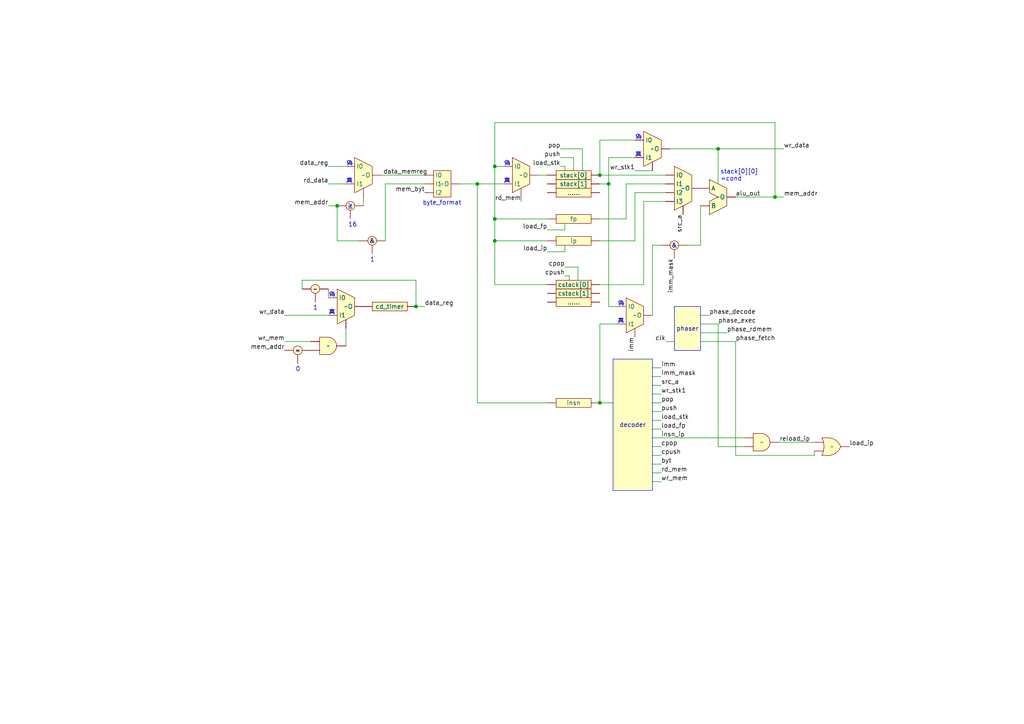
<source format=kicad_sch>
(kicad_sch (version 20230121) (generator eeschema)

  (uuid af1fd5ae-daa0-4a17-8ab4-fe581cd231ee)

  (paper "A4")

  (title_block
    (title "ComProc CPU データパス")
    (date "2023-04-02")
    (rev "main")
    (comment 1 "Gitのブランチ main に対応するデータパス図")
  )

  (lib_symbols
    (symbol "Logic_Component:ALU" (in_bom yes) (on_board yes)
      (property "Reference" "U" (at 0 6.35 0)
        (effects (font (size 1.27 1.27)))
      )
      (property "Value" "" (at 0 0 0)
        (effects (font (size 1.27 1.27)))
      )
      (property "Footprint" "" (at 0 0 0)
        (effects (font (size 1.27 1.27)) hide)
      )
      (property "Datasheet" "" (at 0 0 0)
        (effects (font (size 1.27 1.27)) hide)
      )
      (symbol "ALU_0_1"
        (polyline
          (pts
            (xy 0 0)
            (xy -2.54 1.27)
            (xy -2.54 5.08)
            (xy 2.54 2.54)
            (xy 2.54 -2.54)
            (xy -2.54 -5.08)
            (xy -2.54 -1.27)
            (xy 0 0)
          )
          (stroke (width 0) (type default))
          (fill (type background))
        )
      )
      (symbol "ALU_1_1"
        (pin input line (at -5.08 2.54 0) (length 2.54)
          (name "A" (effects (font (size 1.27 1.27))))
          (number "" (effects (font (size 1.27 1.27))))
        )
        (pin input line (at -5.08 -2.54 0) (length 2.54)
          (name "B" (effects (font (size 1.27 1.27))))
          (number "" (effects (font (size 1.27 1.27))))
        )
        (pin output line (at 5.08 0 180) (length 2.54)
          (name "O" (effects (font (size 1.27 1.27))))
          (number "" (effects (font (size 1.27 1.27))))
        )
      )
    )
    (symbol "Logic_Component:ALU_Circle_Left_Bottom" (in_bom yes) (on_board yes)
      (property "Reference" "U" (at 0 2.54 0)
        (effects (font (size 1.27 1.27)))
      )
      (property "Value" "" (at 0 0 0)
        (effects (font (size 1.27 1.27)))
      )
      (property "Footprint" "" (at 0 0 0)
        (effects (font (size 1.27 1.27)) hide)
      )
      (property "Datasheet" "" (at 0 0 0)
        (effects (font (size 1.27 1.27)) hide)
      )
      (symbol "ALU_Circle_Left_Bottom_0_1"
        (circle (center 0 0) (radius 1.27)
          (stroke (width 0) (type default))
          (fill (type background))
        )
      )
      (symbol "ALU_Circle_Left_Bottom_1_1"
        (pin input line (at -3.81 0 0) (length 2.54)
          (name "" (effects (font (size 1.27 1.27))))
          (number "" (effects (font (size 1.27 1.27))))
        )
        (pin input line (at 0 -3.81 90) (length 2.54)
          (name "" (effects (font (size 1.27 1.27))))
          (number "" (effects (font (size 1.27 1.27))))
        )
        (pin output line (at 3.81 0 180) (length 2.54)
          (name "" (effects (font (size 1.27 1.27))))
          (number "" (effects (font (size 1.27 1.27))))
        )
      )
    )
    (symbol "Logic_Component:Gate_AND_2Input" (in_bom yes) (on_board yes)
      (property "Reference" "U" (at 0 0 0)
        (effects (font (size 1.27 1.27)))
      )
      (property "Value" "" (at 0 0 0)
        (effects (font (size 1.27 1.27)))
      )
      (property "Footprint" "" (at 0 0 0)
        (effects (font (size 1.27 1.27)) hide)
      )
      (property "Datasheet" "" (at 0 0 0)
        (effects (font (size 1.27 1.27)) hide)
      )
      (symbol "Gate_AND_2Input_1_1"
        (arc (start 0 -2.54) (mid 2.3462 0) (end 0 2.54)
          (stroke (width 0) (type default))
          (fill (type background))
        )
        (polyline
          (pts
            (xy 0 2.54)
            (xy -2.54 2.54)
            (xy -2.54 -2.54)
            (xy 0 -2.54)
          )
          (stroke (width 0) (type default))
          (fill (type background))
        )
        (pin input line (at -5.08 -1.27 0) (length 2.54)
          (name "" (effects (font (size 1.27 1.27))))
          (number "" (effects (font (size 1.27 1.27))))
        )
        (pin input line (at -5.08 1.27 0) (length 2.54)
          (name "" (effects (font (size 1.27 1.27))))
          (number "" (effects (font (size 1.27 1.27))))
        )
        (pin output line (at 5.08 0 180) (length 2.7178)
          (name "" (effects (font (size 1.27 1.27))))
          (number "" (effects (font (size 1.27 1.27))))
        )
      )
    )
    (symbol "Logic_Component:Gate_OR_2Input" (in_bom yes) (on_board yes)
      (property "Reference" "U" (at 0 0 0)
        (effects (font (size 1.27 1.27)))
      )
      (property "Value" "" (at 0 0 0)
        (effects (font (size 1.27 1.27)))
      )
      (property "Footprint" "" (at 0 0 0)
        (effects (font (size 1.27 1.27)) hide)
      )
      (property "Datasheet" "" (at 0 0 0)
        (effects (font (size 1.27 1.27)) hide)
      )
      (symbol "Gate_OR_2Input_0_1"
        (polyline
          (pts
            (xy -1.143 2.54)
            (xy -2.921 2.54)
            (xy -2.667 2.032)
            (xy -2.413 1.27)
            (xy -2.286 0)
            (xy -2.413 -1.27)
            (xy -2.667 -2.032)
            (xy -2.921 -2.54)
            (xy -1.143 -2.54)
          )
          (stroke (width -0.0001) (type default))
          (fill (type background))
        )
      )
      (symbol "Gate_OR_2Input_1_1"
        (arc (start -2.9329 -2.54) (mid -2.3039 0) (end -2.9329 2.54)
          (stroke (width 0) (type default))
          (fill (type none))
        )
        (arc (start -1.2715 -2.5401) (mid 1.0445 -1.8866) (end 2.5385 -0.0001)
          (stroke (width 0) (type default))
          (fill (type background))
        )
        (polyline
          (pts
            (xy -1.27 -2.54)
            (xy -2.921 -2.54)
          )
          (stroke (width 0) (type default))
          (fill (type background))
        )
        (polyline
          (pts
            (xy -1.27 2.54)
            (xy -2.921 2.54)
          )
          (stroke (width 0) (type default))
          (fill (type none))
        )
        (arc (start 2.54 0) (mid 1.046 1.8865) (end -1.27 2.54)
          (stroke (width 0) (type default))
          (fill (type background))
        )
        (pin input line (at -5.08 -1.27 0) (length 2.54)
          (name "" (effects (font (size 1.27 1.27))))
          (number "" (effects (font (size 1.27 1.27))))
        )
        (pin input line (at -5.08 1.27 0) (length 2.54)
          (name "" (effects (font (size 1.27 1.27))))
          (number "" (effects (font (size 1.27 1.27))))
        )
        (pin output line (at 5.08 0 180) (length 2.54)
          (name "" (effects (font (size 1.27 1.27))))
          (number "" (effects (font (size 1.27 1.27))))
        )
      )
    )
    (symbol "Logic_Component:Logic_Function_3In_1Out" (in_bom yes) (on_board yes)
      (property "Reference" "U" (at 0 5.08 0)
        (effects (font (size 1.27 1.27)))
      )
      (property "Value" "" (at 0 0 0)
        (effects (font (size 1.27 1.27)))
      )
      (property "Footprint" "" (at 0 0 0)
        (effects (font (size 1.27 1.27)) hide)
      )
      (property "Datasheet" "" (at 0 0 0)
        (effects (font (size 1.27 1.27)) hide)
      )
      (symbol "Logic_Function_3In_1Out_0_1"
        (rectangle (start -2.54 3.81) (end 2.54 -3.81)
          (stroke (width 0) (type default))
          (fill (type background))
        )
      )
      (symbol "Logic_Function_3In_1Out_1_1"
        (pin input line (at -5.08 2.54 0) (length 2.54)
          (name "I0" (effects (font (size 1.27 1.27))))
          (number "" (effects (font (size 1.27 1.27))))
        )
        (pin input line (at -5.08 0 0) (length 2.54)
          (name "I1" (effects (font (size 1.27 1.27))))
          (number "" (effects (font (size 1.27 1.27))))
        )
        (pin input line (at -5.08 -2.54 0) (length 2.54)
          (name "I2" (effects (font (size 1.27 1.27))))
          (number "" (effects (font (size 1.27 1.27))))
        )
        (pin output line (at 5.08 0 180) (length 2.54)
          (name "O" (effects (font (size 1.27 1.27))))
          (number "" (effects (font (size 1.27 1.27))))
        )
      )
    )
    (symbol "Logic_Component:Multiplexer_2" (in_bom yes) (on_board yes)
      (property "Reference" "U" (at 0 5.715 0)
        (effects (font (size 1.27 1.27)))
      )
      (property "Value" "" (at 0 0 0)
        (effects (font (size 1.27 1.27)))
      )
      (property "Footprint" "" (at 0 0 0)
        (effects (font (size 1.27 1.27)) hide)
      )
      (property "Datasheet" "" (at 0 0 0)
        (effects (font (size 1.27 1.27)) hide)
      )
      (property "ki_description" "Logical Multiplexer" (at 0 0 0)
        (effects (font (size 1.27 1.27)) hide)
      )
      (symbol "Multiplexer_2_0_1"
        (polyline
          (pts
            (xy -2.54 5.08)
            (xy 2.54 2.54)
            (xy 2.54 -2.54)
            (xy -2.54 -5.08)
            (xy -2.54 5.08)
          )
          (stroke (width 0) (type default))
          (fill (type background))
        )
      )
      (symbol "Multiplexer_2_1_1"
        (pin input line (at 0 -6.35 90) (length 2.54)
          (name "" (effects (font (size 1.27 1.27))))
          (number "" (effects (font (size 1.27 1.27))))
        )
        (pin input line (at -5.08 2.54 0) (length 2.54)
          (name "I0" (effects (font (size 1.27 1.27))))
          (number "" (effects (font (size 1.27 1.27))))
        )
        (pin input line (at -5.08 -2.54 0) (length 2.54)
          (name "I1" (effects (font (size 1.27 1.27))))
          (number "" (effects (font (size 1.27 1.27))))
        )
        (pin output line (at 5.08 0 180) (length 2.54)
          (name "O" (effects (font (size 1.27 1.27))))
          (number "" (effects (font (size 1.27 1.27))))
        )
      )
    )
    (symbol "Logic_Component:Multiplexer_4_1-Input" (in_bom yes) (on_board yes)
      (property "Reference" "U" (at 0 6.985 0)
        (effects (font (size 1.27 1.27)))
      )
      (property "Value" "" (at 0 0 0)
        (effects (font (size 1.27 1.27)))
      )
      (property "Footprint" "" (at 0 0 0)
        (effects (font (size 1.27 1.27)) hide)
      )
      (property "Datasheet" "" (at 0 0 0)
        (effects (font (size 1.27 1.27)) hide)
      )
      (property "ki_description" "Logical Multiplexer" (at 0 0 0)
        (effects (font (size 1.27 1.27)) hide)
      )
      (symbol "Multiplexer_4_1-Input_0_1"
        (polyline
          (pts
            (xy -2.54 6.35)
            (xy 2.54 3.81)
            (xy 2.54 -3.81)
            (xy -2.54 -6.35)
            (xy -2.54 6.35)
          )
          (stroke (width 0) (type default))
          (fill (type background))
        )
      )
      (symbol "Multiplexer_4_1-Input_1_1"
        (pin input line (at 0 -7.62 90) (length 2.54)
          (name "" (effects (font (size 1.27 1.27))))
          (number "" (effects (font (size 1.27 1.27))))
        )
        (pin input line (at -5.08 3.81 0) (length 2.54)
          (name "I0" (effects (font (size 1.27 1.27))))
          (number "" (effects (font (size 1.27 1.27))))
        )
        (pin input line (at -5.08 1.27 0) (length 2.54)
          (name "I1" (effects (font (size 1.27 1.27))))
          (number "" (effects (font (size 1.27 1.27))))
        )
        (pin input line (at -5.08 -1.27 0) (length 2.54)
          (name "I2" (effects (font (size 1.27 1.27))))
          (number "" (effects (font (size 1.27 1.27))))
        )
        (pin input line (at -5.08 -3.81 0) (length 2.54)
          (name "I3" (effects (font (size 1.27 1.27))))
          (number "" (effects (font (size 1.27 1.27))))
        )
        (pin output line (at 5.08 0 180) (length 2.54)
          (name "O" (effects (font (size 1.27 1.27))))
          (number "" (effects (font (size 1.27 1.27))))
        )
      )
    )
    (symbol "Logic_Component:Register_Simple_Normal" (in_bom yes) (on_board yes)
      (property "Reference" "U" (at 0 2.54 0)
        (effects (font (size 1.27 1.27)))
      )
      (property "Value" "Register" (at 0 0 0)
        (effects (font (size 1.27 1.27)))
      )
      (property "Footprint" "" (at 0 0 0)
        (effects (font (size 1.27 1.27)) hide)
      )
      (property "Datasheet" "" (at 0 0 0)
        (effects (font (size 1.27 1.27)) hide)
      )
      (symbol "Register_Simple_Normal_0_1"
        (rectangle (start -5.08 1.27) (end 5.08 -1.27)
          (stroke (width 0) (type default))
          (fill (type background))
        )
      )
      (symbol "Register_Simple_Normal_1_1"
        (pin input line (at -7.62 0 0) (length 2.54)
          (name "" (effects (font (size 1.27 1.27))))
          (number "" (effects (font (size 1.27 1.27))))
        )
        (pin output line (at 7.62 0 180) (length 2.54)
          (name "" (effects (font (size 1.27 1.27))))
          (number "" (effects (font (size 1.27 1.27))))
        )
      )
    )
  )

  (junction (at 120.65 88.9) (diameter 0) (color 0 0 0 0)
    (uuid 06e94560-05c6-4e81-ae3c-a745d0f44bd3)
  )
  (junction (at 176.53 53.34) (diameter 0) (color 0 0 0 0)
    (uuid 0b8cb2f8-f70d-437e-8920-b9b54d02898c)
  )
  (junction (at 173.99 50.8) (diameter 0) (color 0 0 0 0)
    (uuid 1e8261ab-6452-4d04-93cd-70aebe80d129)
  )
  (junction (at 143.51 63.5) (diameter 0) (color 0 0 0 0)
    (uuid 2e11dabc-4ade-4968-9663-be34adab3908)
  )
  (junction (at 97.79 59.69) (diameter 0) (color 0 0 0 0)
    (uuid 2fb43f26-3967-4ac5-9cce-6c76ffd12269)
  )
  (junction (at 143.51 69.85) (diameter 0) (color 0 0 0 0)
    (uuid 420960c9-6e7b-4165-8fd8-423e996ac4b2)
  )
  (junction (at 173.99 116.84) (diameter 0) (color 0 0 0 0)
    (uuid 4319b7ca-e655-4b3e-ae39-53d3eb249a58)
  )
  (junction (at 208.28 43.18) (diameter 0) (color 0 0 0 0)
    (uuid 535e8b88-f027-4f0c-94db-780eef48300e)
  )
  (junction (at 143.51 48.26) (diameter 0) (color 0 0 0 0)
    (uuid 74f36f63-e1b7-4bca-bcb6-79e6aba058ce)
  )
  (junction (at 138.43 53.34) (diameter 0) (color 0 0 0 0)
    (uuid 7d9cecd8-e2af-498f-a6ab-9e5f31132824)
  )
  (junction (at 224.79 57.15) (diameter 0) (color 0 0 0 0)
    (uuid ef7461e7-5a34-4e16-b96b-773a1986f317)
  )

  (wire (pts (xy 189.23 137.16) (xy 191.77 137.16))
    (stroke (width 0) (type default))
    (uuid 005dc8a8-7bc1-4c33-bd57-2d08518a353e)
  )
  (wire (pts (xy 167.64 77.47) (xy 167.64 81.28))
    (stroke (width 0) (type default))
    (uuid 02ec9023-95d3-4171-8fdf-b30ce2ba4928)
  )
  (wire (pts (xy 95.25 83.82) (xy 95.25 86.36))
    (stroke (width 0) (type default))
    (uuid 040fe349-5e1f-46dc-9c5d-ca6e236ea00f)
  )
  (wire (pts (xy 173.99 93.98) (xy 173.99 116.84))
    (stroke (width 0) (type default))
    (uuid 04f75f1e-44dd-452c-b937-cd45d5a90ba2)
  )
  (wire (pts (xy 176.53 53.34) (xy 176.53 88.9))
    (stroke (width 0) (type default))
    (uuid 08f1dc79-f9aa-4c6a-8e94-b64523c99de6)
  )
  (wire (pts (xy 184.15 55.88) (xy 193.04 55.88))
    (stroke (width 0) (type default))
    (uuid 0d386e63-bf79-43e2-9c8a-1ceda218a1f6)
  )
  (wire (pts (xy 82.55 91.44) (xy 95.25 91.44))
    (stroke (width 0) (type default))
    (uuid 0f2e3304-727f-40bd-89d1-a699a0fdac79)
  )
  (wire (pts (xy 173.99 82.55) (xy 186.69 82.55))
    (stroke (width 0) (type default))
    (uuid 12370499-6371-4b98-bb8e-4f540cddf220)
  )
  (wire (pts (xy 143.51 35.56) (xy 143.51 48.26))
    (stroke (width 0) (type default))
    (uuid 14e2e478-fb6c-43d5-a193-7035e9c63759)
  )
  (wire (pts (xy 189.23 71.12) (xy 191.77 71.12))
    (stroke (width 0) (type default))
    (uuid 15e6ab0b-e604-4ef7-9543-bc3e2a737f18)
  )
  (wire (pts (xy 163.83 64.77) (xy 163.83 66.675))
    (stroke (width 0) (type default))
    (uuid 19dd3276-4e4c-462e-8693-7b25901538a7)
  )
  (wire (pts (xy 111.76 69.85) (xy 111.76 53.34))
    (stroke (width 0) (type default))
    (uuid 1b0635e8-0e54-455f-86fe-15ffbf090a8c)
  )
  (wire (pts (xy 236.22 128.27) (xy 226.06 128.27))
    (stroke (width 0) (type default))
    (uuid 22b9dfb6-3de4-4f22-9b7d-3444c8e1f18f)
  )
  (wire (pts (xy 95.25 53.34) (xy 100.33 53.34))
    (stroke (width 0) (type default))
    (uuid 24bf1e28-eb6a-4ab4-a758-87ddb2ff4ecf)
  )
  (wire (pts (xy 168.91 43.18) (xy 168.91 49.53))
    (stroke (width 0) (type default))
    (uuid 255afb60-2540-4ca7-bb9f-b84b7b00d473)
  )
  (wire (pts (xy 173.99 50.8) (xy 193.04 50.8))
    (stroke (width 0) (type default))
    (uuid 25aac23a-6d60-4e4f-9d1e-8adb84d0b359)
  )
  (wire (pts (xy 203.2 91.44) (xy 205.74 91.44))
    (stroke (width 0) (type default))
    (uuid 26ea6887-f8f8-434b-a427-81decefffadb)
  )
  (wire (pts (xy 203.2 93.98) (xy 208.28 93.98))
    (stroke (width 0) (type default))
    (uuid 312b4d1b-e34e-4789-a80e-f4e0b016362e)
  )
  (wire (pts (xy 189.23 114.3) (xy 191.77 114.3))
    (stroke (width 0) (type default))
    (uuid 31e80404-123c-4e5e-b978-61cce1766dae)
  )
  (wire (pts (xy 176.53 45.72) (xy 176.53 53.34))
    (stroke (width 0) (type default))
    (uuid 3362111e-2008-4cd3-9ba6-e9a0d377f42a)
  )
  (wire (pts (xy 173.99 116.84) (xy 177.8 116.84))
    (stroke (width 0) (type default))
    (uuid 33d5a7f6-75f0-4524-a97f-e9957b1f46fd)
  )
  (wire (pts (xy 163.83 48.26) (xy 163.83 49.53))
    (stroke (width 0) (type default))
    (uuid 39143b58-9ea4-48b2-9026-519f1ebb536e)
  )
  (wire (pts (xy 208.28 129.54) (xy 215.9 129.54))
    (stroke (width 0) (type default))
    (uuid 3db4027e-0f74-4ea4-b84a-089b50e77da3)
  )
  (wire (pts (xy 82.55 99.06) (xy 90.17 99.06))
    (stroke (width 0) (type default))
    (uuid 40f685aa-0268-4a70-afa3-1d1b51e87d2f)
  )
  (wire (pts (xy 87.63 81.28) (xy 120.65 81.28))
    (stroke (width 0) (type default))
    (uuid 43c02158-07df-4125-bc82-a52417e3fe55)
  )
  (wire (pts (xy 189.23 139.7) (xy 191.77 139.7))
    (stroke (width 0) (type default))
    (uuid 4930e3fe-de89-4a88-be8d-22182f146ff9)
  )
  (wire (pts (xy 193.04 99.06) (xy 195.58 99.06))
    (stroke (width 0) (type default))
    (uuid 4c2e82bc-8129-49eb-bf8f-7cc0ee7aa7b6)
  )
  (wire (pts (xy 97.79 69.85) (xy 104.14 69.85))
    (stroke (width 0) (type default))
    (uuid 50203dbe-bd38-4035-bbae-624bbe21c049)
  )
  (wire (pts (xy 143.51 48.26) (xy 143.51 63.5))
    (stroke (width 0) (type default))
    (uuid 536cbe10-b817-4515-bca9-b6a0c4968a89)
  )
  (wire (pts (xy 158.75 73.025) (xy 163.83 73.025))
    (stroke (width 0) (type default))
    (uuid 53e88149-1309-4783-846e-35bfafd0ea39)
  )
  (wire (pts (xy 184.15 49.53) (xy 189.23 49.53))
    (stroke (width 0) (type default))
    (uuid 5b6a536d-6bfb-4955-a574-5beaaeb88c3f)
  )
  (wire (pts (xy 189.23 119.38) (xy 191.77 119.38))
    (stroke (width 0) (type default))
    (uuid 5dc10aa8-5dd6-4d7f-96e2-663d0b80f0b5)
  )
  (wire (pts (xy 208.28 93.98) (xy 208.28 129.54))
    (stroke (width 0) (type default))
    (uuid 5ed57843-8afe-4f67-bd2d-4341b56a273c)
  )
  (wire (pts (xy 162.56 43.18) (xy 168.91 43.18))
    (stroke (width 0) (type default))
    (uuid 5fe8f715-ba78-40ef-83f4-31ed386a088e)
  )
  (wire (pts (xy 213.36 99.06) (xy 213.36 132.08))
    (stroke (width 0) (type default))
    (uuid 61118936-0bcd-4141-8f80-c423e53b03f1)
  )
  (wire (pts (xy 158.75 82.55) (xy 143.51 82.55))
    (stroke (width 0) (type default))
    (uuid 623bddca-0153-4c18-8a99-d8f7bc7ce4ee)
  )
  (wire (pts (xy 173.99 69.85) (xy 184.15 69.85))
    (stroke (width 0) (type default))
    (uuid 66edee93-e85a-49a2-b4a9-f58b61ad972c)
  )
  (wire (pts (xy 143.51 69.85) (xy 158.75 69.85))
    (stroke (width 0) (type default))
    (uuid 6b64d964-ae09-475d-8c99-c1a5f45cedf7)
  )
  (wire (pts (xy 173.99 93.98) (xy 179.07 93.98))
    (stroke (width 0) (type default))
    (uuid 6ea4907a-b8fe-47d8-afa0-fb0a47dfff0e)
  )
  (wire (pts (xy 189.23 71.12) (xy 189.23 91.44))
    (stroke (width 0) (type default))
    (uuid 6f14288f-f137-4e57-b222-a1f0c967329b)
  )
  (wire (pts (xy 189.23 121.92) (xy 191.77 121.92))
    (stroke (width 0) (type default))
    (uuid 6fed5256-afa9-45bc-807f-ad1a897d823b)
  )
  (wire (pts (xy 143.51 48.26) (xy 146.05 48.26))
    (stroke (width 0) (type default))
    (uuid 7104f27a-e63d-46f9-ba90-691f7f1f91cd)
  )
  (wire (pts (xy 143.51 69.85) (xy 143.51 82.55))
    (stroke (width 0) (type default))
    (uuid 715957fa-8e77-43d2-9714-d8d0ae29f88d)
  )
  (wire (pts (xy 173.99 40.64) (xy 173.99 50.8))
    (stroke (width 0) (type default))
    (uuid 7dcf2db1-90c0-4fc2-86ec-7f03ce71f03b)
  )
  (wire (pts (xy 173.99 63.5) (xy 181.61 63.5))
    (stroke (width 0) (type default))
    (uuid 7f20619a-ae0e-4467-a39f-d28af55e3876)
  )
  (wire (pts (xy 173.99 53.34) (xy 176.53 53.34))
    (stroke (width 0) (type default))
    (uuid 8154e2f1-8be7-45b3-bdad-1f7bbcad2466)
  )
  (wire (pts (xy 110.49 50.8) (xy 123.19 50.8))
    (stroke (width 0) (type default))
    (uuid 84eae8ab-1365-4f34-af66-46671def0b6b)
  )
  (wire (pts (xy 189.23 132.08) (xy 191.77 132.08))
    (stroke (width 0) (type default))
    (uuid 87348395-98e6-4fea-9807-ef1946834cd3)
  )
  (wire (pts (xy 97.79 59.69) (xy 97.79 69.85))
    (stroke (width 0) (type default))
    (uuid 893ec1be-5839-4f41-ac73-bd552b22a2b2)
  )
  (wire (pts (xy 176.53 88.9) (xy 179.07 88.9))
    (stroke (width 0) (type default))
    (uuid 89a5f13b-0281-4f2d-bf61-7b53abc36240)
  )
  (wire (pts (xy 181.61 63.5) (xy 181.61 53.34))
    (stroke (width 0) (type default))
    (uuid 8f9e79f3-a3c3-4d36-bb49-f51789ae8f46)
  )
  (wire (pts (xy 163.83 71.12) (xy 163.83 73.025))
    (stroke (width 0) (type default))
    (uuid 933dd82e-238b-4a9c-8a57-425a1f045eea)
  )
  (wire (pts (xy 189.23 111.76) (xy 191.77 111.76))
    (stroke (width 0) (type default))
    (uuid 951aef90-443f-45f1-be7d-cfad32096abc)
  )
  (wire (pts (xy 163.83 80.01) (xy 165.1 80.01))
    (stroke (width 0) (type default))
    (uuid 97e78c9a-3671-499b-abc7-6b14c6a8af73)
  )
  (wire (pts (xy 184.15 55.88) (xy 184.15 69.85))
    (stroke (width 0) (type default))
    (uuid 9cb71e10-4f77-4976-b7bb-bbbd9244d623)
  )
  (wire (pts (xy 162.56 45.72) (xy 166.37 45.72))
    (stroke (width 0) (type default))
    (uuid 9ef2ab99-e5bf-4fd3-9ed5-57eb6a6b13d3)
  )
  (wire (pts (xy 181.61 53.34) (xy 193.04 53.34))
    (stroke (width 0) (type default))
    (uuid a021f151-3519-497f-ba17-dfdccaf8375a)
  )
  (wire (pts (xy 224.79 35.56) (xy 224.79 57.15))
    (stroke (width 0) (type default))
    (uuid a3dde225-ddc0-40ab-98a5-3284bd6e9465)
  )
  (wire (pts (xy 189.23 124.46) (xy 191.77 124.46))
    (stroke (width 0) (type default))
    (uuid a4f0370b-8660-439e-af5f-7fc6e1b3ca45)
  )
  (wire (pts (xy 173.99 40.64) (xy 184.15 40.64))
    (stroke (width 0) (type default))
    (uuid a5d06886-48f3-42d2-92d9-cbc2ccf91abc)
  )
  (wire (pts (xy 189.23 116.84) (xy 191.77 116.84))
    (stroke (width 0) (type default))
    (uuid a6983a74-afea-4faa-ad33-944fdec87a46)
  )
  (wire (pts (xy 143.51 35.56) (xy 224.79 35.56))
    (stroke (width 0) (type default))
    (uuid a79aa651-b5f5-4893-9a11-9a20dea98174)
  )
  (wire (pts (xy 186.69 58.42) (xy 193.04 58.42))
    (stroke (width 0) (type default))
    (uuid ac733e93-84c7-4367-95e9-64d1fccaa42c)
  )
  (wire (pts (xy 95.25 48.26) (xy 100.33 48.26))
    (stroke (width 0) (type default))
    (uuid ad281059-3eaa-442c-a2d4-12ceb140b8d5)
  )
  (wire (pts (xy 162.56 48.26) (xy 163.83 48.26))
    (stroke (width 0) (type default))
    (uuid aebd17b7-34ed-4afc-8382-47a4b9cdbcd1)
  )
  (wire (pts (xy 100.33 95.25) (xy 100.33 100.33))
    (stroke (width 0) (type default))
    (uuid b19661d3-c665-4102-a05d-b72fd3305547)
  )
  (wire (pts (xy 165.1 80.01) (xy 165.1 81.28))
    (stroke (width 0) (type default))
    (uuid b26c6678-c391-46b8-9bd0-73e083303a43)
  )
  (wire (pts (xy 133.35 53.34) (xy 138.43 53.34))
    (stroke (width 0) (type default))
    (uuid b4fb38e9-d233-45c5-9713-145b1bb9c491)
  )
  (wire (pts (xy 189.23 109.22) (xy 191.77 109.22))
    (stroke (width 0) (type default))
    (uuid b9691708-5265-44f4-92b8-8543e886e848)
  )
  (wire (pts (xy 95.25 59.69) (xy 97.79 59.69))
    (stroke (width 0) (type default))
    (uuid beb0d875-812c-4652-ae28-57e86dde6f45)
  )
  (wire (pts (xy 143.51 63.5) (xy 143.51 69.85))
    (stroke (width 0) (type default))
    (uuid bfbd0d80-1e34-4339-bcaf-acc0d24d7d08)
  )
  (wire (pts (xy 120.65 88.9) (xy 123.19 88.9))
    (stroke (width 0) (type default))
    (uuid c0c90843-9cfb-450c-a911-6f76dbba4ac0)
  )
  (wire (pts (xy 203.2 99.06) (xy 213.36 99.06))
    (stroke (width 0) (type default))
    (uuid c184b8f7-3694-404f-bb9d-3578f41e7221)
  )
  (wire (pts (xy 213.36 132.08) (xy 236.22 132.08))
    (stroke (width 0) (type default))
    (uuid c358941f-7724-4ccc-bb10-44f9c4dfc002)
  )
  (wire (pts (xy 189.23 129.54) (xy 191.77 129.54))
    (stroke (width 0) (type default))
    (uuid c370e902-8c3f-4ac6-b9bf-dcbcde30c8e1)
  )
  (wire (pts (xy 158.75 66.675) (xy 163.83 66.675))
    (stroke (width 0) (type default))
    (uuid c5666ba6-b30b-4f42-bfc0-2ab22f714383)
  )
  (wire (pts (xy 208.28 43.18) (xy 208.28 53.34))
    (stroke (width 0) (type default))
    (uuid c61ed879-823a-45b4-ac1d-a8a8014aaa43)
  )
  (wire (pts (xy 151.13 58.42) (xy 151.13 57.15))
    (stroke (width 0) (type default))
    (uuid c83b487c-09c9-4428-bc2d-c02e82091acf)
  )
  (wire (pts (xy 166.37 45.72) (xy 166.37 49.53))
    (stroke (width 0) (type default))
    (uuid cd0ae7bd-72e1-4133-bf46-06e5b3153cb4)
  )
  (wire (pts (xy 105.41 57.15) (xy 105.41 59.69))
    (stroke (width 0) (type default))
    (uuid d14ae1b3-cc56-4310-8150-9a2abdd3805b)
  )
  (wire (pts (xy 189.23 134.62) (xy 191.77 134.62))
    (stroke (width 0) (type default))
    (uuid d8cc6cd6-4842-4b0a-a167-c9dd3c4dcd2d)
  )
  (wire (pts (xy 87.63 83.82) (xy 87.63 81.28))
    (stroke (width 0) (type default))
    (uuid d9622d31-0914-457c-b1ee-b25da11f5d80)
  )
  (wire (pts (xy 189.23 106.68) (xy 191.77 106.68))
    (stroke (width 0) (type default))
    (uuid dcc1e2be-e8fb-42a7-b22d-6febdaa47649)
  )
  (wire (pts (xy 236.22 132.08) (xy 236.22 130.81))
    (stroke (width 0) (type default))
    (uuid dd2e94d4-cc48-4188-84dc-09adb237301f)
  )
  (wire (pts (xy 120.65 81.28) (xy 120.65 88.9))
    (stroke (width 0) (type default))
    (uuid e357a20a-59f0-43fc-90ed-aa27bc372a2f)
  )
  (wire (pts (xy 203.2 71.12) (xy 203.2 59.69))
    (stroke (width 0) (type default))
    (uuid e37d521e-4b5f-4189-84d1-8aa844af93a5)
  )
  (wire (pts (xy 138.43 53.34) (xy 138.43 116.84))
    (stroke (width 0) (type default))
    (uuid e3e8320b-b0fc-48e1-8b3d-f5ab7852a43e)
  )
  (wire (pts (xy 203.2 96.52) (xy 210.82 96.52))
    (stroke (width 0) (type default))
    (uuid e8ed205d-18be-4b6b-b3b9-65d5e50d070d)
  )
  (wire (pts (xy 208.28 43.18) (xy 194.31 43.18))
    (stroke (width 0) (type default))
    (uuid e97ecacd-8a55-40b1-bd18-dcb2805ba35d)
  )
  (wire (pts (xy 138.43 53.34) (xy 146.05 53.34))
    (stroke (width 0) (type default))
    (uuid eabca2f1-20a1-48aa-a006-1c060e09f4a1)
  )
  (wire (pts (xy 224.79 57.15) (xy 227.33 57.15))
    (stroke (width 0) (type default))
    (uuid ece15943-8aa6-4c86-a446-ed2a7cb3a954)
  )
  (wire (pts (xy 163.83 77.47) (xy 167.64 77.47))
    (stroke (width 0) (type default))
    (uuid ee5083da-7510-4058-a857-677cc734de06)
  )
  (wire (pts (xy 199.39 71.12) (xy 203.2 71.12))
    (stroke (width 0) (type default))
    (uuid f0050873-5b1b-44df-b7af-2893aa7565fa)
  )
  (wire (pts (xy 138.43 116.84) (xy 158.75 116.84))
    (stroke (width 0) (type default))
    (uuid f0b61f97-f261-4124-a74b-a09bf540fead)
  )
  (wire (pts (xy 224.79 57.15) (xy 213.36 57.15))
    (stroke (width 0) (type default))
    (uuid f11fcef3-075b-48c2-ba67-79abf58a9b24)
  )
  (wire (pts (xy 111.76 53.34) (xy 123.19 53.34))
    (stroke (width 0) (type default))
    (uuid f2da8aed-d83a-4a9a-a2f6-792270ac18b7)
  )
  (wire (pts (xy 227.33 43.18) (xy 208.28 43.18))
    (stroke (width 0) (type default))
    (uuid f41ee522-7d3a-48b2-b89b-1db6c7ca701a)
  )
  (wire (pts (xy 189.23 127) (xy 215.9 127))
    (stroke (width 0) (type default))
    (uuid f528d4b9-362a-43e9-8db6-a1fe3e5d5eb5)
  )
  (wire (pts (xy 156.21 50.8) (xy 158.75 50.8))
    (stroke (width 0) (type default))
    (uuid f61a2b03-d7a6-4d1c-8b31-f46ff1fc0ebd)
  )
  (wire (pts (xy 143.51 63.5) (xy 158.75 63.5))
    (stroke (width 0) (type default))
    (uuid f9c37222-0e1c-4c53-9c29-62ff7712363c)
  )
  (wire (pts (xy 186.69 82.55) (xy 186.69 58.42))
    (stroke (width 0) (type default))
    (uuid fb970b58-9ea9-44ed-b5d0-cf081cd1fc67)
  )
  (wire (pts (xy 184.15 45.72) (xy 176.53 45.72))
    (stroke (width 0) (type default))
    (uuid fdc49ae9-9891-4a4f-9cde-e40596704a6f)
  )

  (text_box "≧"
    (at 100.33 58.42 0) (size 2.54 2.54)
    (stroke (width -0.0001) (type default))
    (fill (type none))
    (effects (font (size 1.27 1.27)))
    (uuid 07740930-377e-4a92-bece-6a8999d1faed)
  )
  (text_box "−"
    (at 90.17 82.55 0) (size 2.54 2.54)
    (stroke (width -0.0001) (type default))
    (fill (type none))
    (effects (font (size 1.27 1.27)))
    (uuid 5c8bda17-1ee4-475f-880b-1ea0313db068)
  )
  (text_box "&"
    (at 194.31 69.85 0) (size 2.54 2.54)
    (stroke (width -0.0001) (type default))
    (fill (type none))
    (effects (font (size 1.27 1.27)))
    (uuid 90f9ba01-45a6-4825-a9c1-e546585343d8)
  )
  (text_box "decoder\n"
    (at 177.8 104.14 0) (size 11.43 38.1)
    (stroke (width 0) (type default))
    (fill (type color) (color 255 255 194 1))
    (effects (font (size 1.27 1.27)))
    (uuid b0514353-9571-4f0f-aa99-1b01bfd3759d)
  )
  (text_box "="
    (at 85.09 100.33 0) (size 2.54 2.54)
    (stroke (width -0.0001) (type default))
    (fill (type none))
    (effects (font (size 1.27 1.27)))
    (uuid b6a63141-7fb3-4bdd-a795-d69015713592)
  )
  (text_box "phaser"
    (at 195.58 88.9 0) (size 7.62 12.7)
    (stroke (width 0) (type default))
    (fill (type color) (color 255 255 194 1))
    (effects (font (size 1.27 1.27)))
    (uuid ceb903b4-78a6-47b2-85dd-25a3616e5e0f)
  )
  (text_box "&"
    (at 106.68 68.58 0) (size 2.54 2.54)
    (stroke (width -0.0001) (type default))
    (fill (type none))
    (effects (font (size 1.27 1.27)))
    (uuid f782b168-dd31-40ae-8ffb-5bed0b712475)
  )

  (text "真" (at 184.15 45.72 0)
    (effects (font (size 1.27 1.27)) (justify left bottom))
    (uuid 1322ccbb-ac4b-456c-b86f-9bc69294aa75)
  )
  (text "byte_format" (at 122.555 59.69 0)
    (effects (font (size 1.27 1.27)) (justify left bottom))
    (uuid 1de8e2d1-498b-408c-bd0e-8a339e6dea7d)
  )
  (text "16" (at 100.965 66.04 0)
    (effects (font (size 1.27 1.27)) (justify left bottom))
    (uuid 36f6e4ec-a187-43dd-975f-114eb152caed)
  )
  (text "偽" (at 100.33 48.26 0)
    (effects (font (size 1.27 1.27)) (justify left bottom))
    (uuid 38522a39-b58d-489e-a081-cce78f0ca088)
  )
  (text "真" (at 100.33 53.34 0)
    (effects (font (size 1.27 1.27)) (justify left bottom))
    (uuid 44dd4274-eb3e-49c5-91d2-a6788b9838f3)
  )
  (text "偽" (at 179.07 88.9 0)
    (effects (font (size 1.27 1.27)) (justify left bottom))
    (uuid 5482dafe-1a53-41c3-bd93-0017c110fad7)
  )
  (text "偽" (at 146.05 48.26 0)
    (effects (font (size 1.27 1.27)) (justify left bottom))
    (uuid 6553e0a8-e82d-4170-a7f9-d08db3eadeeb)
  )
  (text "真" (at 146.05 53.34 0)
    (effects (font (size 1.27 1.27)) (justify left bottom))
    (uuid 66c20e22-dbf5-4d84-b281-9f426c1fb1a5)
  )
  (text "stack[0][0]\n=cond" (at 208.915 52.705 0)
    (effects (font (size 1.27 1.27)) (justify left bottom))
    (uuid 7c0b1557-fb33-4c76-a240-bbc5caa44e03)
  )
  (text "偽" (at 184.15 40.64 0)
    (effects (font (size 1.27 1.27)) (justify left bottom))
    (uuid 91e5b94e-9995-4d8d-af69-a0902d9cfe18)
  )
  (text "0" (at 85.725 107.95 0)
    (effects (font (size 1.27 1.27)) (justify left bottom))
    (uuid c4ee92d5-0653-4948-b2b3-2e11df6aabf0)
  )
  (text "偽" (at 95.25 86.36 0)
    (effects (font (size 1.27 1.27)) (justify left bottom))
    (uuid c65f068c-c9b7-4422-a59c-d3f566de33a1)
  )
  (text "真" (at 179.07 93.98 0)
    (effects (font (size 1.27 1.27)) (justify left bottom))
    (uuid c6c16605-7c07-4a56-9e44-70fc95f9d427)
  )
  (text "1" (at 90.805 90.17 0)
    (effects (font (size 1.27 1.27)) (justify left bottom))
    (uuid dbc03a64-4111-4d69-ae30-04e25fbfe602)
  )
  (text "1" (at 107.315 76.2 0)
    (effects (font (size 1.27 1.27)) (justify left bottom))
    (uuid ded4f5e8-dc2a-41f9-b6d4-ca46445bcdf9)
  )
  (text "真" (at 95.25 91.44 0)
    (effects (font (size 1.27 1.27)) (justify left bottom))
    (uuid f82c30c3-3f29-4dcd-8a22-f821e90af344)
  )

  (label "src_a" (at 191.77 111.76 0) (fields_autoplaced)
    (effects (font (size 1.27 1.27)) (justify left bottom))
    (uuid 01fb1c49-f27c-43a7-80ca-ddca9c866cb2)
  )
  (label "rd_data" (at 95.25 53.34 180) (fields_autoplaced)
    (effects (font (size 1.27 1.27)) (justify right bottom))
    (uuid 038b48c7-a899-415f-b1fd-f74fd54e789d)
  )
  (label "phase_exec" (at 208.28 93.98 0) (fields_autoplaced)
    (effects (font (size 1.27 1.27)) (justify left bottom))
    (uuid 1a617494-47e8-43b2-9004-6eff14d1ea97)
  )
  (label "phase_fetch" (at 213.36 99.06 0) (fields_autoplaced)
    (effects (font (size 1.27 1.27)) (justify left bottom))
    (uuid 41f5a5e3-0299-42d1-a91a-6910d62f921d)
  )
  (label "load_stk" (at 162.56 48.26 180) (fields_autoplaced)
    (effects (font (size 1.27 1.27)) (justify right bottom))
    (uuid 4e60d052-e400-474f-be69-79610ae3d6f6)
  )
  (label "imm" (at 184.15 97.79 270) (fields_autoplaced)
    (effects (font (size 1.27 1.27)) (justify right bottom))
    (uuid 52816c09-c57d-48b4-a9c5-ed19ad45d3e0)
  )
  (label "insn_ip" (at 191.77 127 0) (fields_autoplaced)
    (effects (font (size 1.27 1.27)) (justify left bottom))
    (uuid 5801bae6-f060-44d5-b896-d1fd7290a54a)
  )
  (label "src_a" (at 198.12 62.23 270) (fields_autoplaced)
    (effects (font (size 1.27 1.27)) (justify right bottom))
    (uuid 6828609a-0b1d-4415-b8f2-88244e98c56a)
  )
  (label "imm_mask" (at 195.58 74.93 270) (fields_autoplaced)
    (effects (font (size 1.27 1.27)) (justify right bottom))
    (uuid 68874ed3-b5ae-4825-948b-6d92e5865dcd)
  )
  (label "wr_data" (at 227.33 43.18 0) (fields_autoplaced)
    (effects (font (size 1.27 1.27)) (justify left bottom))
    (uuid 74697212-2654-4363-83a5-fbce155fc5ac)
  )
  (label "cpush" (at 163.83 80.01 180) (fields_autoplaced)
    (effects (font (size 1.27 1.27)) (justify right bottom))
    (uuid 7507156e-d1f2-4b7a-851f-ca7495c13060)
  )
  (label "imm_mask" (at 191.77 109.22 0) (fields_autoplaced)
    (effects (font (size 1.27 1.27)) (justify left bottom))
    (uuid 7fb6100c-1588-4f2c-8dd0-77d6b179a916)
  )
  (label "rd_mem" (at 191.77 137.16 0) (fields_autoplaced)
    (effects (font (size 1.27 1.27)) (justify left bottom))
    (uuid 809db9e1-bc8b-4f41-b6cc-be4921ead268)
  )
  (label "mem_addr" (at 95.25 59.69 180) (fields_autoplaced)
    (effects (font (size 1.27 1.27)) (justify right bottom))
    (uuid 846c17fc-e801-409d-91bc-7864d9780cf4)
  )
  (label "load_fp" (at 158.75 66.675 180) (fields_autoplaced)
    (effects (font (size 1.27 1.27)) (justify right bottom))
    (uuid 84ff6892-b6bc-462d-bde1-07c70c58217b)
  )
  (label "byt" (at 191.77 134.62 0) (fields_autoplaced)
    (effects (font (size 1.27 1.27)) (justify left bottom))
    (uuid 9877d6d7-c102-4192-a7b5-f7c6f929f8c4)
  )
  (label "cpop" (at 163.83 77.47 180) (fields_autoplaced)
    (effects (font (size 1.27 1.27)) (justify right bottom))
    (uuid 98a89f7f-0b33-4e48-a7d4-bf5ad119adbd)
  )
  (label "rd_mem" (at 151.13 58.42 180) (fields_autoplaced)
    (effects (font (size 1.27 1.27)) (justify right bottom))
    (uuid 9d496dd9-2faf-4b3e-b67a-c6642fcc97d4)
  )
  (label "wr_mem" (at 82.55 99.06 180) (fields_autoplaced)
    (effects (font (size 1.27 1.27)) (justify right bottom))
    (uuid a211f2e0-c70b-4c5a-970e-406868c33d0a)
  )
  (label "push" (at 162.56 45.72 180) (fields_autoplaced)
    (effects (font (size 1.27 1.27)) (justify right bottom))
    (uuid ad6d1ad1-6eac-449e-98ce-31eb014291d9)
  )
  (label "pop" (at 162.56 43.18 180) (fields_autoplaced)
    (effects (font (size 1.27 1.27)) (justify right bottom))
    (uuid b2c28c8d-f32d-49ca-b2c5-339bcad1256b)
  )
  (label "imm" (at 191.77 106.68 0) (fields_autoplaced)
    (effects (font (size 1.27 1.27)) (justify left bottom))
    (uuid bc2ffa0b-532f-4a29-bee8-732dff5266d9)
  )
  (label "wr_mem" (at 191.77 139.7 0) (fields_autoplaced)
    (effects (font (size 1.27 1.27)) (justify left bottom))
    (uuid bd31d480-4ab2-4f7b-8d23-777c7fb795e0)
  )
  (label "wr_data" (at 82.55 91.44 180) (fields_autoplaced)
    (effects (font (size 1.27 1.27)) (justify right bottom))
    (uuid c169f36b-378b-4aaa-8003-4fee7be7ed9b)
  )
  (label "mem_addr" (at 227.33 57.15 0) (fields_autoplaced)
    (effects (font (size 1.27 1.27)) (justify left bottom))
    (uuid c7d9d720-a6a5-479b-a712-36a16284679c)
  )
  (label "data_reg" (at 95.25 48.26 180) (fields_autoplaced)
    (effects (font (size 1.27 1.27)) (justify right bottom))
    (uuid c87e2873-42c2-4eb4-8d23-d8d2af7cfc46)
  )
  (label "clk" (at 193.04 99.06 180) (fields_autoplaced)
    (effects (font (size 1.27 1.27)) (justify right bottom))
    (uuid c94581d3-cc49-43d2-afcd-9ba93a5b4ab9)
  )
  (label "push" (at 191.77 119.38 0) (fields_autoplaced)
    (effects (font (size 1.27 1.27)) (justify left bottom))
    (uuid ca9c0747-315d-4ac1-a3b9-75fd52e22856)
  )
  (label "alu_out" (at 213.36 57.15 0) (fields_autoplaced)
    (effects (font (size 1.27 1.27)) (justify left bottom))
    (uuid ce3b7121-d66e-4869-bab0-f918504372ea)
  )
  (label "cpop" (at 191.77 129.54 0) (fields_autoplaced)
    (effects (font (size 1.27 1.27)) (justify left bottom))
    (uuid d9a20eb3-034a-4727-8d1f-f5669493d350)
  )
  (label "phase_decode" (at 205.74 91.44 0) (fields_autoplaced)
    (effects (font (size 1.27 1.27)) (justify left bottom))
    (uuid d9b8cafc-2679-4842-9ea4-508950cda4b0)
  )
  (label "load_ip" (at 246.38 129.54 0) (fields_autoplaced)
    (effects (font (size 1.27 1.27)) (justify left bottom))
    (uuid dea763cf-be60-4437-bea9-a233cce1a962)
  )
  (label "mem_addr" (at 82.55 101.6 180) (fields_autoplaced)
    (effects (font (size 1.27 1.27)) (justify right bottom))
    (uuid e7908439-aad6-4298-acb2-e4da6964778d)
  )
  (label "cpush" (at 191.77 132.08 0) (fields_autoplaced)
    (effects (font (size 1.27 1.27)) (justify left bottom))
    (uuid eba75a2b-3cf2-43cd-8b72-9ddea436c62d)
  )
  (label "wr_stk1" (at 184.15 49.53 180) (fields_autoplaced)
    (effects (font (size 1.27 1.27)) (justify right bottom))
    (uuid ed58aadd-7bb7-48c9-a6f9-c00adb1bb533)
  )
  (label "wr_stk1" (at 191.77 114.3 0) (fields_autoplaced)
    (effects (font (size 1.27 1.27)) (justify left bottom))
    (uuid ee9d1205-fcc6-4792-8e3c-1adf0893450b)
  )
  (label "pop" (at 191.77 116.84 0) (fields_autoplaced)
    (effects (font (size 1.27 1.27)) (justify left bottom))
    (uuid eef49157-3037-460e-a965-4a96dfc9f2f7)
  )
  (label "data_reg" (at 123.19 88.9 0) (fields_autoplaced)
    (effects (font (size 1.27 1.27)) (justify left bottom))
    (uuid ef6ab662-db37-4dfb-b551-eada8f6dd47c)
  )
  (label "load_fp" (at 191.77 124.46 0) (fields_autoplaced)
    (effects (font (size 1.27 1.27)) (justify left bottom))
    (uuid f21fd0f3-765c-4836-8bed-ab32874ee050)
  )
  (label "phase_rdmem" (at 210.82 96.52 0) (fields_autoplaced)
    (effects (font (size 1.27 1.27)) (justify left bottom))
    (uuid f72f29ef-79a3-43ba-b9cd-09a28cf6f6f3)
  )
  (label "data_memreg" (at 111.125 50.8 0) (fields_autoplaced)
    (effects (font (size 1.27 1.27)) (justify left bottom))
    (uuid f9dd60aa-92b8-40ac-8fe7-5e9ab0c387c3)
  )
  (label "load_ip" (at 158.75 73.025 180) (fields_autoplaced)
    (effects (font (size 1.27 1.27)) (justify right bottom))
    (uuid fa2b08f7-c0aa-403d-b493-46e9844686a5)
  )
  (label "reload_ip" (at 226.06 128.27 0) (fields_autoplaced)
    (effects (font (size 1.27 1.27)) (justify left bottom))
    (uuid fba7124c-def4-4890-a9d0-68a0ecfa7930)
  )
  (label "mem_byt" (at 123.19 55.88 180) (fields_autoplaced)
    (effects (font (size 1.27 1.27)) (justify right bottom))
    (uuid fd7bcdfa-37db-42bd-9f7c-7dba96a34b44)
  )
  (label "load_stk" (at 191.77 121.92 0) (fields_autoplaced)
    (effects (font (size 1.27 1.27)) (justify left bottom))
    (uuid fef1d4eb-16b7-4ba5-bd07-a6827c99d679)
  )

  (symbol (lib_id "Logic_Component:Register_Simple_Normal") (at 166.37 53.34 0) (unit 1)
    (in_bom yes) (on_board yes) (dnp no)
    (uuid 01b51864-c5bf-44f9-86bb-7a3120f6bf86)
    (property "Reference" "U28" (at 166.37 50.8 0)
      (effects (font (size 1.27 1.27)) hide)
    )
    (property "Value" "stack[1]" (at 166.37 53.34 0) (do_not_autoplace)
      (effects (font (size 1.27 1.27)))
    )
    (property "Footprint" "" (at 166.37 53.34 0)
      (effects (font (size 1.27 1.27)) hide)
    )
    (property "Datasheet" "" (at 166.37 53.34 0)
      (effects (font (size 1.27 1.27)) hide)
    )
    (pin "" (uuid 2d46dadf-2aa4-4a79-99cb-240ef069f2d5))
    (pin "" (uuid 2d46dadf-2aa4-4a79-99cb-240ef069f2d5))
    (instances
      (project "datapath-diagram"
        (path "/af1fd5ae-daa0-4a17-8ab4-fe581cd231ee"
          (reference "U28") (unit 1)
        )
      )
    )
  )

  (symbol (lib_id "Logic_Component:Multiplexer_2") (at 105.41 50.8 0) (unit 1)
    (in_bom yes) (on_board yes) (dnp no) (fields_autoplaced)
    (uuid 02424ea0-8fe6-46d5-a2ad-82de6e8eac80)
    (property "Reference" "U31" (at 105.41 45.085 0)
      (effects (font (size 1.27 1.27)) hide)
    )
    (property "Value" "~" (at 105.41 50.8 0)
      (effects (font (size 1.27 1.27)))
    )
    (property "Footprint" "" (at 105.41 50.8 0)
      (effects (font (size 1.27 1.27)) hide)
    )
    (property "Datasheet" "" (at 105.41 50.8 0)
      (effects (font (size 1.27 1.27)) hide)
    )
    (pin "" (uuid 7770785c-ba73-4b5d-bb81-bc64ecdab813))
    (pin "" (uuid 7770785c-ba73-4b5d-bb81-bc64ecdab813))
    (pin "" (uuid 7770785c-ba73-4b5d-bb81-bc64ecdab813))
    (pin "" (uuid 7770785c-ba73-4b5d-bb81-bc64ecdab813))
    (instances
      (project "datapath-diagram"
        (path "/af1fd5ae-daa0-4a17-8ab4-fe581cd231ee"
          (reference "U31") (unit 1)
        )
      )
    )
  )

  (symbol (lib_id "Logic_Component:Multiplexer_2") (at 151.13 50.8 0) (unit 1)
    (in_bom yes) (on_board yes) (dnp no)
    (uuid 061b1d71-cebe-42c6-898d-c3e002173858)
    (property "Reference" "U18" (at 153.67 46.99 0)
      (effects (font (size 1.27 1.27)) hide)
    )
    (property "Value" "~" (at 151.13 50.8 0)
      (effects (font (size 1.27 1.27)))
    )
    (property "Footprint" "" (at 151.13 50.8 0)
      (effects (font (size 1.27 1.27)) hide)
    )
    (property "Datasheet" "" (at 151.13 50.8 0)
      (effects (font (size 1.27 1.27)) hide)
    )
    (pin "" (uuid ac0ec097-8682-4e8e-97a9-a587df8e7984))
    (pin "" (uuid ac0ec097-8682-4e8e-97a9-a587df8e7984))
    (pin "" (uuid ac0ec097-8682-4e8e-97a9-a587df8e7984))
    (pin "" (uuid ac0ec097-8682-4e8e-97a9-a587df8e7984))
    (instances
      (project "datapath-diagram"
        (path "/af1fd5ae-daa0-4a17-8ab4-fe581cd231ee"
          (reference "U18") (unit 1)
        )
      )
    )
  )

  (symbol (lib_id "Logic_Component:Register_Simple_Normal") (at 113.03 88.9 0) (unit 1)
    (in_bom yes) (on_board yes) (dnp no)
    (uuid 0c06e686-4211-47cd-9c0d-80ef46d78ba5)
    (property "Reference" "U32" (at 113.03 86.36 0)
      (effects (font (size 1.27 1.27)) hide)
    )
    (property "Value" "cd_timer" (at 113.03 88.9 0) (do_not_autoplace)
      (effects (font (size 1.27 1.27)))
    )
    (property "Footprint" "" (at 113.03 88.9 0)
      (effects (font (size 1.27 1.27)) hide)
    )
    (property "Datasheet" "" (at 113.03 88.9 0)
      (effects (font (size 1.27 1.27)) hide)
    )
    (pin "" (uuid e7974c04-b094-42c2-a47c-94bd0d42355a))
    (pin "" (uuid e7974c04-b094-42c2-a47c-94bd0d42355a))
    (instances
      (project "datapath-diagram"
        (path "/af1fd5ae-daa0-4a17-8ab4-fe581cd231ee"
          (reference "U32") (unit 1)
        )
      )
    )
  )

  (symbol (lib_id "Logic_Component:Register_Simple_Normal") (at 166.37 55.88 0) (unit 1)
    (in_bom yes) (on_board yes) (dnp no)
    (uuid 0dc3d767-a390-4003-8ba3-ba02f1c61637)
    (property "Reference" "U29" (at 166.37 53.34 0)
      (effects (font (size 1.27 1.27)) hide)
    )
    (property "Value" "……" (at 166.37 55.88 0) (do_not_autoplace)
      (effects (font (size 1.27 1.27)))
    )
    (property "Footprint" "" (at 166.37 55.88 0)
      (effects (font (size 1.27 1.27)) hide)
    )
    (property "Datasheet" "" (at 166.37 55.88 0)
      (effects (font (size 1.27 1.27)) hide)
    )
    (pin "" (uuid bce91070-d24a-4b07-ae20-8c8fdd94533f))
    (pin "" (uuid bce91070-d24a-4b07-ae20-8c8fdd94533f))
    (instances
      (project "datapath-diagram"
        (path "/af1fd5ae-daa0-4a17-8ab4-fe581cd231ee"
          (reference "U29") (unit 1)
        )
      )
    )
  )

  (symbol (lib_id "Logic_Component:ALU_Circle_Left_Bottom") (at 107.95 69.85 0) (unit 1)
    (in_bom yes) (on_board yes) (dnp no) (fields_autoplaced)
    (uuid 1cccda5c-39a3-41c9-9552-cb34b1482928)
    (property "Reference" "U33" (at 107.95 67.31 0)
      (effects (font (size 1.27 1.27)) hide)
    )
    (property "Value" "~" (at 107.95 69.85 0)
      (effects (font (size 1.27 1.27)))
    )
    (property "Footprint" "" (at 107.95 69.85 0)
      (effects (font (size 1.27 1.27)) hide)
    )
    (property "Datasheet" "" (at 107.95 69.85 0)
      (effects (font (size 1.27 1.27)) hide)
    )
    (pin "" (uuid b49f5853-fde6-48db-84c5-757c00b9d02e))
    (pin "" (uuid b49f5853-fde6-48db-84c5-757c00b9d02e))
    (pin "" (uuid b49f5853-fde6-48db-84c5-757c00b9d02e))
    (instances
      (project "datapath-diagram"
        (path "/af1fd5ae-daa0-4a17-8ab4-fe581cd231ee"
          (reference "U33") (unit 1)
        )
      )
    )
  )

  (symbol (lib_id "Logic_Component:Register_Simple_Normal") (at 166.37 63.5 0) (unit 1)
    (in_bom yes) (on_board yes) (dnp no)
    (uuid 251aef8b-954c-4537-8058-c4fd64571aad)
    (property "Reference" "U" (at 166.37 60.96 0)
      (effects (font (size 1.27 1.27)) hide)
    )
    (property "Value" "fp" (at 166.37 63.5 0) (do_not_autoplace)
      (effects (font (size 1.27 1.27)))
    )
    (property "Footprint" "" (at 166.37 63.5 0)
      (effects (font (size 1.27 1.27)) hide)
    )
    (property "Datasheet" "" (at 166.37 63.5 0)
      (effects (font (size 1.27 1.27)) hide)
    )
    (pin "" (uuid ba040839-fdd9-4e24-babd-499c75f693cd))
    (pin "" (uuid ba040839-fdd9-4e24-babd-499c75f693cd))
    (instances
      (project "datapath-diagram"
        (path "/af1fd5ae-daa0-4a17-8ab4-fe581cd231ee"
          (reference "U") (unit 1)
        )
      )
    )
  )

  (symbol (lib_id "Logic_Component:Multiplexer_4_1-Input") (at 198.12 54.61 0) (unit 1)
    (in_bom yes) (on_board yes) (dnp no) (fields_autoplaced)
    (uuid 5eb19eb7-9e6e-4ac4-afa9-8cce086c51ff)
    (property "Reference" "U40" (at 198.12 46.99 0)
      (effects (font (size 1.27 1.27)) hide)
    )
    (property "Value" "~" (at 198.12 54.61 0)
      (effects (font (size 1.27 1.27)))
    )
    (property "Footprint" "" (at 198.12 54.61 0)
      (effects (font (size 1.27 1.27)) hide)
    )
    (property "Datasheet" "" (at 198.12 54.61 0)
      (effects (font (size 1.27 1.27)) hide)
    )
    (pin "" (uuid f95d09a3-030a-47e5-8e82-a2253a54395e))
    (pin "" (uuid f95d09a3-030a-47e5-8e82-a2253a54395e))
    (pin "" (uuid f95d09a3-030a-47e5-8e82-a2253a54395e))
    (pin "" (uuid f95d09a3-030a-47e5-8e82-a2253a54395e))
    (pin "" (uuid f95d09a3-030a-47e5-8e82-a2253a54395e))
    (pin "" (uuid f95d09a3-030a-47e5-8e82-a2253a54395e))
    (instances
      (project "datapath-diagram"
        (path "/af1fd5ae-daa0-4a17-8ab4-fe581cd231ee"
          (reference "U40") (unit 1)
        )
      )
    )
  )

  (symbol (lib_id "Logic_Component:ALU_Circle_Left_Bottom") (at 91.44 83.82 0) (unit 1)
    (in_bom yes) (on_board yes) (dnp no) (fields_autoplaced)
    (uuid 64187e49-3e42-47ab-8336-6ef546a09213)
    (property "Reference" "U37" (at 91.44 81.28 0)
      (effects (font (size 1.27 1.27)) hide)
    )
    (property "Value" "~" (at 91.44 83.82 0)
      (effects (font (size 1.27 1.27)))
    )
    (property "Footprint" "" (at 91.44 83.82 0)
      (effects (font (size 1.27 1.27)) hide)
    )
    (property "Datasheet" "" (at 91.44 83.82 0)
      (effects (font (size 1.27 1.27)) hide)
    )
    (pin "" (uuid 36b5e0b5-dbfe-460d-9e7c-7b6f56b4f2ca))
    (pin "" (uuid 36b5e0b5-dbfe-460d-9e7c-7b6f56b4f2ca))
    (pin "" (uuid 36b5e0b5-dbfe-460d-9e7c-7b6f56b4f2ca))
    (instances
      (project "datapath-diagram"
        (path "/af1fd5ae-daa0-4a17-8ab4-fe581cd231ee"
          (reference "U37") (unit 1)
        )
      )
    )
  )

  (symbol (lib_id "Logic_Component:Register_Simple_Normal") (at 166.37 116.84 0) (unit 1)
    (in_bom yes) (on_board yes) (dnp no)
    (uuid 7562501e-4272-41c8-91a7-14ff9e6967f7)
    (property "Reference" "U19" (at 166.37 114.3 0)
      (effects (font (size 1.27 1.27)) hide)
    )
    (property "Value" "insn" (at 166.37 116.84 0) (do_not_autoplace)
      (effects (font (size 1.27 1.27)))
    )
    (property "Footprint" "" (at 166.37 116.84 0)
      (effects (font (size 1.27 1.27)) hide)
    )
    (property "Datasheet" "" (at 166.37 116.84 0)
      (effects (font (size 1.27 1.27)) hide)
    )
    (pin "" (uuid 5d988694-4d01-4875-866c-7c6d8b3d7956))
    (pin "" (uuid 5d988694-4d01-4875-866c-7c6d8b3d7956))
    (instances
      (project "datapath-diagram"
        (path "/af1fd5ae-daa0-4a17-8ab4-fe581cd231ee"
          (reference "U19") (unit 1)
        )
      )
    )
  )

  (symbol (lib_id "Logic_Component:ALU_Circle_Left_Bottom") (at 195.58 71.12 0) (unit 1)
    (in_bom yes) (on_board yes) (dnp no) (fields_autoplaced)
    (uuid 7a214779-798c-4902-9cb0-f8c476e1e6d2)
    (property "Reference" "U2" (at 195.58 68.58 0)
      (effects (font (size 1.27 1.27)) hide)
    )
    (property "Value" "~" (at 195.58 71.12 0)
      (effects (font (size 1.27 1.27)))
    )
    (property "Footprint" "" (at 195.58 71.12 0)
      (effects (font (size 1.27 1.27)) hide)
    )
    (property "Datasheet" "" (at 195.58 71.12 0)
      (effects (font (size 1.27 1.27)) hide)
    )
    (pin "" (uuid 40d043e4-745b-4951-bd0e-9c7d5b62795c))
    (pin "" (uuid 40d043e4-745b-4951-bd0e-9c7d5b62795c))
    (pin "" (uuid 40d043e4-745b-4951-bd0e-9c7d5b62795c))
    (instances
      (project "datapath-diagram"
        (path "/af1fd5ae-daa0-4a17-8ab4-fe581cd231ee"
          (reference "U2") (unit 1)
        )
      )
    )
  )

  (symbol (lib_id "Logic_Component:Gate_AND_2Input") (at 220.98 128.27 0) (unit 1)
    (in_bom yes) (on_board yes) (dnp no) (fields_autoplaced)
    (uuid 7a4e32f2-4d77-4105-96b0-246378b070f7)
    (property "Reference" "U7" (at 220.8911 124.46 0)
      (effects (font (size 1.27 1.27)) hide)
    )
    (property "Value" "~" (at 220.98 128.27 0)
      (effects (font (size 1.27 1.27)))
    )
    (property "Footprint" "" (at 220.98 128.27 0)
      (effects (font (size 1.27 1.27)) hide)
    )
    (property "Datasheet" "" (at 220.98 128.27 0)
      (effects (font (size 1.27 1.27)) hide)
    )
    (pin "" (uuid 8579dc3c-5591-430b-8358-6a713fba8800))
    (pin "" (uuid 367474c6-ecdc-4360-88ae-f19fd055c30b))
    (pin "" (uuid 390fb559-ca44-4d3b-9d76-69465966aae5))
    (instances
      (project "datapath-diagram"
        (path "/af1fd5ae-daa0-4a17-8ab4-fe581cd231ee"
          (reference "U7") (unit 1)
        )
      )
    )
  )

  (symbol (lib_id "Logic_Component:Register_Simple_Normal") (at 166.37 85.09 0) (unit 1)
    (in_bom yes) (on_board yes) (dnp no)
    (uuid 7b73592f-0356-4dcd-b7cd-0ce323e85f69)
    (property "Reference" "U5" (at 166.37 82.55 0)
      (effects (font (size 1.27 1.27)) hide)
    )
    (property "Value" "cstack[1]" (at 166.37 85.09 0) (do_not_autoplace)
      (effects (font (size 1.27 1.27)))
    )
    (property "Footprint" "" (at 166.37 85.09 0)
      (effects (font (size 1.27 1.27)) hide)
    )
    (property "Datasheet" "" (at 166.37 85.09 0)
      (effects (font (size 1.27 1.27)) hide)
    )
    (pin "" (uuid 0927c976-9b3a-4c75-aca3-0fcf9a07c478))
    (pin "" (uuid 0927c976-9b3a-4c75-aca3-0fcf9a07c478))
    (instances
      (project "datapath-diagram"
        (path "/af1fd5ae-daa0-4a17-8ab4-fe581cd231ee"
          (reference "U5") (unit 1)
        )
      )
    )
  )

  (symbol (lib_id "Logic_Component:ALU_Circle_Left_Bottom") (at 101.6 59.69 0) (unit 1)
    (in_bom yes) (on_board yes) (dnp no) (fields_autoplaced)
    (uuid a2e4a2d9-ac05-49e1-b734-75afdb344ecb)
    (property "Reference" "U1" (at 101.6 57.15 0)
      (effects (font (size 1.27 1.27)) hide)
    )
    (property "Value" "~" (at 101.6 59.69 0)
      (effects (font (size 1.27 1.27)))
    )
    (property "Footprint" "" (at 101.6 59.69 0)
      (effects (font (size 1.27 1.27)) hide)
    )
    (property "Datasheet" "" (at 101.6 59.69 0)
      (effects (font (size 1.27 1.27)) hide)
    )
    (pin "" (uuid 79ac7337-cf8b-4f46-890f-a56fc19be201))
    (pin "" (uuid 79ac7337-cf8b-4f46-890f-a56fc19be201))
    (pin "" (uuid 79ac7337-cf8b-4f46-890f-a56fc19be201))
    (instances
      (project "datapath-diagram"
        (path "/af1fd5ae-daa0-4a17-8ab4-fe581cd231ee"
          (reference "U1") (unit 1)
        )
      )
    )
  )

  (symbol (lib_id "Logic_Component:Logic_Function_3In_1Out") (at 128.27 53.34 0) (unit 1)
    (in_bom yes) (on_board yes) (dnp no) (fields_autoplaced)
    (uuid a4afbebe-28c0-4ad4-a1c1-47979791529d)
    (property "Reference" "U34" (at 128.27 48.895 0)
      (effects (font (size 1.27 1.27)) hide)
    )
    (property "Value" "~" (at 128.27 53.34 0)
      (effects (font (size 1.27 1.27)))
    )
    (property "Footprint" "" (at 128.27 53.34 0)
      (effects (font (size 1.27 1.27)) hide)
    )
    (property "Datasheet" "" (at 128.27 53.34 0)
      (effects (font (size 1.27 1.27)) hide)
    )
    (pin "" (uuid e4de2081-335f-42e6-8d30-9465a23b96a8))
    (pin "" (uuid e4de2081-335f-42e6-8d30-9465a23b96a8))
    (pin "" (uuid e4de2081-335f-42e6-8d30-9465a23b96a8))
    (pin "" (uuid e4de2081-335f-42e6-8d30-9465a23b96a8))
    (instances
      (project "datapath-diagram"
        (path "/af1fd5ae-daa0-4a17-8ab4-fe581cd231ee"
          (reference "U34") (unit 1)
        )
      )
    )
  )

  (symbol (lib_id "Logic_Component:Register_Simple_Normal") (at 166.37 50.8 0) (unit 1)
    (in_bom yes) (on_board yes) (dnp no)
    (uuid aaec139b-0dfd-4bfa-94c5-c5d7a6017745)
    (property "Reference" "U27" (at 166.37 48.26 0)
      (effects (font (size 1.27 1.27)) hide)
    )
    (property "Value" "stack[0]" (at 166.37 50.8 0) (do_not_autoplace)
      (effects (font (size 1.27 1.27)))
    )
    (property "Footprint" "" (at 166.37 50.8 0)
      (effects (font (size 1.27 1.27)) hide)
    )
    (property "Datasheet" "" (at 166.37 50.8 0)
      (effects (font (size 1.27 1.27)) hide)
    )
    (pin "" (uuid b04a8454-87e7-4333-9960-16daa42a9d00))
    (pin "" (uuid b04a8454-87e7-4333-9960-16daa42a9d00))
    (instances
      (project "datapath-diagram"
        (path "/af1fd5ae-daa0-4a17-8ab4-fe581cd231ee"
          (reference "U27") (unit 1)
        )
      )
    )
  )

  (symbol (lib_id "Logic_Component:Multiplexer_2") (at 100.33 88.9 0) (unit 1)
    (in_bom yes) (on_board yes) (dnp no) (fields_autoplaced)
    (uuid ade5c11d-3fa7-44ea-b735-f253daed86df)
    (property "Reference" "U36" (at 100.33 83.185 0)
      (effects (font (size 1.27 1.27)) hide)
    )
    (property "Value" "~" (at 100.33 88.9 0)
      (effects (font (size 1.27 1.27)))
    )
    (property "Footprint" "" (at 100.33 88.9 0)
      (effects (font (size 1.27 1.27)) hide)
    )
    (property "Datasheet" "" (at 100.33 88.9 0)
      (effects (font (size 1.27 1.27)) hide)
    )
    (pin "" (uuid 2647d405-7e4c-419c-8d73-12ecfbb50389))
    (pin "" (uuid 2647d405-7e4c-419c-8d73-12ecfbb50389))
    (pin "" (uuid 2647d405-7e4c-419c-8d73-12ecfbb50389))
    (pin "" (uuid 2647d405-7e4c-419c-8d73-12ecfbb50389))
    (instances
      (project "datapath-diagram"
        (path "/af1fd5ae-daa0-4a17-8ab4-fe581cd231ee"
          (reference "U36") (unit 1)
        )
      )
    )
  )

  (symbol (lib_id "Logic_Component:ALU_Circle_Left_Bottom") (at 86.36 101.6 0) (unit 1)
    (in_bom yes) (on_board yes) (dnp no) (fields_autoplaced)
    (uuid be6f02b9-41c0-4a6c-8f66-4877836f7936)
    (property "Reference" "U38" (at 86.36 99.06 0)
      (effects (font (size 1.27 1.27)) hide)
    )
    (property "Value" "~" (at 86.36 101.6 0)
      (effects (font (size 1.27 1.27)))
    )
    (property "Footprint" "" (at 86.36 101.6 0)
      (effects (font (size 1.27 1.27)) hide)
    )
    (property "Datasheet" "" (at 86.36 101.6 0)
      (effects (font (size 1.27 1.27)) hide)
    )
    (pin "" (uuid b9adfc6c-a3e2-4e95-8dfa-7e0087a84dac))
    (pin "" (uuid b9adfc6c-a3e2-4e95-8dfa-7e0087a84dac))
    (pin "" (uuid b9adfc6c-a3e2-4e95-8dfa-7e0087a84dac))
    (instances
      (project "datapath-diagram"
        (path "/af1fd5ae-daa0-4a17-8ab4-fe581cd231ee"
          (reference "U38") (unit 1)
        )
      )
    )
  )

  (symbol (lib_id "Logic_Component:Register_Simple_Normal") (at 166.37 69.85 0) (unit 1)
    (in_bom yes) (on_board yes) (dnp no)
    (uuid c19cd492-3720-42cf-8da6-cf663130cbf5)
    (property "Reference" "U17" (at 166.37 67.31 0)
      (effects (font (size 1.27 1.27)) hide)
    )
    (property "Value" "ip" (at 166.37 69.85 0) (do_not_autoplace)
      (effects (font (size 1.27 1.27)))
    )
    (property "Footprint" "" (at 166.37 69.85 0)
      (effects (font (size 1.27 1.27)) hide)
    )
    (property "Datasheet" "" (at 166.37 69.85 0)
      (effects (font (size 1.27 1.27)) hide)
    )
    (pin "" (uuid da3a4a9d-9aea-4fcb-97d4-d52610a4d2de))
    (pin "" (uuid da3a4a9d-9aea-4fcb-97d4-d52610a4d2de))
    (instances
      (project "datapath-diagram"
        (path "/af1fd5ae-daa0-4a17-8ab4-fe581cd231ee"
          (reference "U17") (unit 1)
        )
      )
    )
  )

  (symbol (lib_id "Logic_Component:Register_Simple_Normal") (at 166.37 82.55 0) (unit 1)
    (in_bom yes) (on_board yes) (dnp no)
    (uuid d8ba70c9-68e9-43b8-84c8-c79571364b66)
    (property "Reference" "U4" (at 166.37 80.01 0)
      (effects (font (size 1.27 1.27)) hide)
    )
    (property "Value" "cstack[0]" (at 166.37 82.55 0) (do_not_autoplace)
      (effects (font (size 1.27 1.27)))
    )
    (property "Footprint" "" (at 166.37 82.55 0)
      (effects (font (size 1.27 1.27)) hide)
    )
    (property "Datasheet" "" (at 166.37 82.55 0)
      (effects (font (size 1.27 1.27)) hide)
    )
    (pin "" (uuid e1db5af9-8f94-4722-91a2-a74b0e4039d5))
    (pin "" (uuid e1db5af9-8f94-4722-91a2-a74b0e4039d5))
    (instances
      (project "datapath-diagram"
        (path "/af1fd5ae-daa0-4a17-8ab4-fe581cd231ee"
          (reference "U4") (unit 1)
        )
      )
    )
  )

  (symbol (lib_id "Logic_Component:ALU") (at 208.28 57.15 0) (unit 1)
    (in_bom yes) (on_board yes) (dnp no) (fields_autoplaced)
    (uuid db1be729-700e-4110-b77e-86af8ee62605)
    (property "Reference" "U12" (at 208.28 51.435 0)
      (effects (font (size 1.27 1.27)) hide)
    )
    (property "Value" "~" (at 208.28 57.15 0)
      (effects (font (size 1.27 1.27)))
    )
    (property "Footprint" "" (at 208.28 57.15 0)
      (effects (font (size 1.27 1.27)) hide)
    )
    (property "Datasheet" "" (at 208.28 57.15 0)
      (effects (font (size 1.27 1.27)) hide)
    )
    (pin "" (uuid cb3206e4-7e5b-4e98-be7b-0714ad8c1df7))
    (pin "" (uuid cb3206e4-7e5b-4e98-be7b-0714ad8c1df7))
    (pin "" (uuid cb3206e4-7e5b-4e98-be7b-0714ad8c1df7))
    (instances
      (project "datapath-diagram"
        (path "/af1fd5ae-daa0-4a17-8ab4-fe581cd231ee"
          (reference "U12") (unit 1)
        )
      )
    )
  )

  (symbol (lib_id "Logic_Component:Register_Simple_Normal") (at 166.37 87.63 0) (unit 1)
    (in_bom yes) (on_board yes) (dnp no)
    (uuid e9e42ce0-6297-4d79-9d7c-a175250bda6d)
    (property "Reference" "U6" (at 166.37 85.09 0)
      (effects (font (size 1.27 1.27)) hide)
    )
    (property "Value" "……" (at 166.37 87.63 0) (do_not_autoplace)
      (effects (font (size 1.27 1.27)))
    )
    (property "Footprint" "" (at 166.37 87.63 0)
      (effects (font (size 1.27 1.27)) hide)
    )
    (property "Datasheet" "" (at 166.37 87.63 0)
      (effects (font (size 1.27 1.27)) hide)
    )
    (pin "" (uuid 7edc6327-c99c-4695-9fb6-e86541af7dfd))
    (pin "" (uuid 7edc6327-c99c-4695-9fb6-e86541af7dfd))
    (instances
      (project "datapath-diagram"
        (path "/af1fd5ae-daa0-4a17-8ab4-fe581cd231ee"
          (reference "U6") (unit 1)
        )
      )
    )
  )

  (symbol (lib_id "Logic_Component:Multiplexer_2") (at 189.23 43.18 0) (unit 1)
    (in_bom yes) (on_board yes) (dnp no)
    (uuid ef3d0801-1885-4304-9547-34480d166c50)
    (property "Reference" "U3" (at 191.77 39.37 0)
      (effects (font (size 1.27 1.27)) hide)
    )
    (property "Value" "~" (at 189.23 43.18 0)
      (effects (font (size 1.27 1.27)))
    )
    (property "Footprint" "" (at 189.23 43.18 0)
      (effects (font (size 1.27 1.27)) hide)
    )
    (property "Datasheet" "" (at 189.23 43.18 0)
      (effects (font (size 1.27 1.27)) hide)
    )
    (pin "" (uuid bb59d77d-cc5c-4d05-a346-f5fd72e59661))
    (pin "" (uuid bb59d77d-cc5c-4d05-a346-f5fd72e59661))
    (pin "" (uuid bb59d77d-cc5c-4d05-a346-f5fd72e59661))
    (pin "" (uuid bb59d77d-cc5c-4d05-a346-f5fd72e59661))
    (instances
      (project "datapath-diagram"
        (path "/af1fd5ae-daa0-4a17-8ab4-fe581cd231ee"
          (reference "U3") (unit 1)
        )
      )
    )
  )

  (symbol (lib_id "Logic_Component:Gate_OR_2Input") (at 241.3 129.54 0) (unit 1)
    (in_bom yes) (on_board yes) (dnp no) (fields_autoplaced)
    (uuid f658639d-a3cd-461f-b595-20d566ee8425)
    (property "Reference" "U8" (at 241.1035 126.0352 0)
      (effects (font (size 1.27 1.27)) hide)
    )
    (property "Value" "~" (at 241.3 129.54 0)
      (effects (font (size 1.27 1.27)))
    )
    (property "Footprint" "" (at 241.3 129.54 0)
      (effects (font (size 1.27 1.27)) hide)
    )
    (property "Datasheet" "" (at 241.3 129.54 0)
      (effects (font (size 1.27 1.27)) hide)
    )
    (pin "" (uuid 322f9b69-bfdf-4106-825f-21d7198bf4d9))
    (pin "" (uuid 322f9b69-bfdf-4106-825f-21d7198bf4d9))
    (pin "" (uuid 322f9b69-bfdf-4106-825f-21d7198bf4d9))
    (instances
      (project "datapath-diagram"
        (path "/af1fd5ae-daa0-4a17-8ab4-fe581cd231ee"
          (reference "U8") (unit 1)
        )
      )
    )
  )

  (symbol (lib_id "Logic_Component:Gate_AND_2Input") (at 95.25 100.33 0) (unit 1)
    (in_bom yes) (on_board yes) (dnp no) (fields_autoplaced)
    (uuid f92c1bad-9348-4735-b39a-83dcaa7508bf)
    (property "Reference" "U39" (at 95.1611 96.52 0)
      (effects (font (size 1.27 1.27)) hide)
    )
    (property "Value" "~" (at 95.25 100.33 0)
      (effects (font (size 1.27 1.27)))
    )
    (property "Footprint" "" (at 95.25 100.33 0)
      (effects (font (size 1.27 1.27)) hide)
    )
    (property "Datasheet" "" (at 95.25 100.33 0)
      (effects (font (size 1.27 1.27)) hide)
    )
    (pin "" (uuid b0a52e13-3798-4a57-b95f-a56cec1990c6))
    (pin "" (uuid b0a52e13-3798-4a57-b95f-a56cec1990c6))
    (pin "" (uuid b0a52e13-3798-4a57-b95f-a56cec1990c6))
    (instances
      (project "datapath-diagram"
        (path "/af1fd5ae-daa0-4a17-8ab4-fe581cd231ee"
          (reference "U39") (unit 1)
        )
      )
    )
  )

  (symbol (lib_id "Logic_Component:Multiplexer_2") (at 184.15 91.44 0) (unit 1)
    (in_bom yes) (on_board yes) (dnp no)
    (uuid f9ebfe10-9b48-4577-8c82-7e4fb5a86f24)
    (property "Reference" "U15" (at 186.69 87.63 0)
      (effects (font (size 1.27 1.27)) hide)
    )
    (property "Value" "~" (at 184.15 91.44 0)
      (effects (font (size 1.27 1.27)))
    )
    (property "Footprint" "" (at 184.15 91.44 0)
      (effects (font (size 1.27 1.27)) hide)
    )
    (property "Datasheet" "" (at 184.15 91.44 0)
      (effects (font (size 1.27 1.27)) hide)
    )
    (pin "" (uuid b70e056a-daeb-4ecb-a02a-c34ba6d35cd8))
    (pin "" (uuid b70e056a-daeb-4ecb-a02a-c34ba6d35cd8))
    (pin "" (uuid b70e056a-daeb-4ecb-a02a-c34ba6d35cd8))
    (pin "" (uuid b70e056a-daeb-4ecb-a02a-c34ba6d35cd8))
    (instances
      (project "datapath-diagram"
        (path "/af1fd5ae-daa0-4a17-8ab4-fe581cd231ee"
          (reference "U15") (unit 1)
        )
      )
    )
  )

  (sheet_instances
    (path "/" (page "1"))
  )
)

</source>
